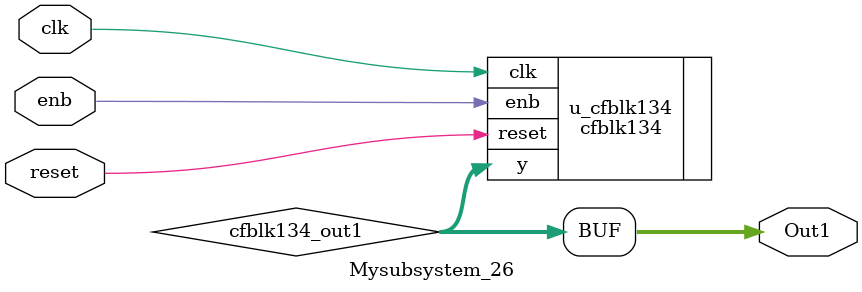
<source format=v>



`timescale 1 ns / 1 ns

module Mysubsystem_26
          (clk,
           reset,
           enb,
           Out1);


  input   clk;
  input   reset;
  input   enb;
  output  [15:0] Out1;  // uint16


  wire [15:0] cfblk134_out1;  // uint16


  cfblk134 u_cfblk134 (.clk(clk),
                       .reset(reset),
                       .enb(enb),
                       .y(cfblk134_out1)  // uint16
                       );

  assign Out1 = cfblk134_out1;

endmodule  // Mysubsystem_26


</source>
